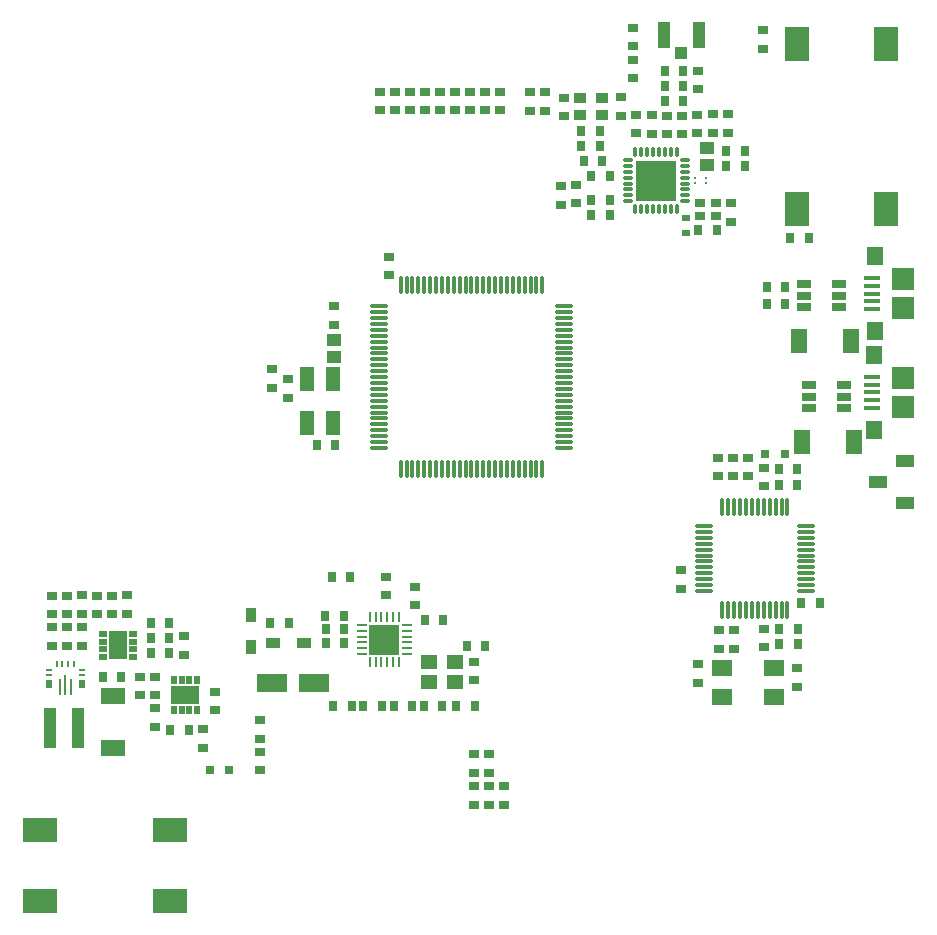
<source format=gtp>
G04*
G04 #@! TF.GenerationSoftware,Altium Limited,Altium Designer,19.1.7 (138)*
G04*
G04 Layer_Color=8421504*
%FSLAX42Y42*%
%MOMM*%
G71*
G01*
G75*
%ADD19R,0.25X0.60*%
%ADD20R,0.25X1.35*%
%ADD21R,0.25X1.70*%
%ADD22R,0.60X0.25*%
%ADD23R,0.60X0.75*%
%ADD24R,1.60X1.00*%
%ADD25O,1.00X0.30*%
%ADD26O,0.30X1.00*%
%ADD27R,3.45X3.45*%
%ADD28O,0.25X1.00*%
%ADD29O,1.00X0.25*%
%ADD30R,2.50X2.50*%
%ADD31R,2.60X1.60*%
%ADD32O,1.65X0.35*%
%ADD33O,0.35X1.65*%
%ADD34R,1.49X2.40*%
%ADD35R,0.65X0.50*%
%ADD36R,2.40X1.49*%
%ADD37R,0.50X0.65*%
%ADD38R,1.20X0.65*%
%ADD39R,1.25X1.00*%
%ADD40R,0.90X0.80*%
%ADD41R,1.20X2.00*%
%ADD42R,1.35X0.40*%
%ADD43R,1.90X1.90*%
%ADD44R,1.40X1.60*%
%ADD45R,1.80X1.40*%
%ADD46R,1.05X0.95*%
%ADD47R,0.98X3.40*%
%ADD48R,2.00X1.40*%
%ADD49R,1.40X2.00*%
%ADD50R,1.40X1.20*%
%ADD51R,0.80X0.80*%
%ADD52C,0.25*%
%ADD53R,1.20X0.90*%
%ADD54R,0.90X1.20*%
%ADD55R,3.00X2.00*%
%ADD56R,0.97X0.80*%
%ADD57R,0.80X0.97*%
%ADD58R,0.64X0.50*%
%ADD59R,1.05X2.20*%
%ADD60R,1.00X1.05*%
%ADD61R,2.00X3.00*%
D19*
X8829Y10508D02*
D03*
X8779D02*
D03*
X8729D02*
D03*
X8679D02*
D03*
D20*
X8804Y10315D02*
D03*
X8704D02*
D03*
D21*
X8754Y10333D02*
D03*
D22*
X8894Y10465D02*
D03*
Y10415D02*
D03*
X8614Y10415D02*
D03*
Y10465D02*
D03*
D23*
X8894Y10340D02*
D03*
X8614D02*
D03*
D24*
X15864Y11877D02*
D03*
Y12227D02*
D03*
X15634Y12052D02*
D03*
D25*
X13513Y14780D02*
D03*
Y14730D02*
D03*
Y14680D02*
D03*
Y14630D02*
D03*
Y14580D02*
D03*
Y14530D02*
D03*
Y14480D02*
D03*
Y14430D02*
D03*
X13998D02*
D03*
Y14480D02*
D03*
Y14530D02*
D03*
Y14580D02*
D03*
Y14630D02*
D03*
Y14680D02*
D03*
Y14730D02*
D03*
Y14780D02*
D03*
D26*
X13580Y14362D02*
D03*
X13630D02*
D03*
X13680D02*
D03*
X13730D02*
D03*
X13780D02*
D03*
X13830D02*
D03*
X13880D02*
D03*
X13930D02*
D03*
Y14848D02*
D03*
X13880D02*
D03*
X13830D02*
D03*
X13780D02*
D03*
X13730D02*
D03*
X13680D02*
D03*
X13630D02*
D03*
X13580D02*
D03*
D27*
X13755Y14605D02*
D03*
D28*
X11330Y10526D02*
D03*
X11380D02*
D03*
X11430D02*
D03*
X11480D02*
D03*
X11530D02*
D03*
X11580D02*
D03*
Y10911D02*
D03*
X11530D02*
D03*
X11480D02*
D03*
X11430D02*
D03*
X11380D02*
D03*
X11330D02*
D03*
D29*
X11648Y10594D02*
D03*
Y10644D02*
D03*
Y10694D02*
D03*
Y10744D02*
D03*
Y10794D02*
D03*
Y10844D02*
D03*
X11263D02*
D03*
Y10794D02*
D03*
Y10744D02*
D03*
Y10694D02*
D03*
Y10644D02*
D03*
Y10594D02*
D03*
D30*
X11455Y10719D02*
D03*
D31*
X10501Y10350D02*
D03*
X10861D02*
D03*
D32*
X11410Y13541D02*
D03*
Y13491D02*
D03*
Y13441D02*
D03*
Y13391D02*
D03*
Y13341D02*
D03*
Y13291D02*
D03*
Y13241D02*
D03*
Y13191D02*
D03*
Y13141D02*
D03*
Y13091D02*
D03*
Y13041D02*
D03*
Y12991D02*
D03*
Y12941D02*
D03*
Y12891D02*
D03*
Y12841D02*
D03*
Y12791D02*
D03*
Y12741D02*
D03*
Y12691D02*
D03*
Y12641D02*
D03*
Y12591D02*
D03*
Y12541D02*
D03*
Y12491D02*
D03*
Y12441D02*
D03*
Y12391D02*
D03*
Y12341D02*
D03*
X12974D02*
D03*
Y12391D02*
D03*
Y12441D02*
D03*
Y12491D02*
D03*
Y12541D02*
D03*
Y12591D02*
D03*
Y12641D02*
D03*
Y12691D02*
D03*
Y12741D02*
D03*
Y12791D02*
D03*
Y12841D02*
D03*
Y12891D02*
D03*
Y12941D02*
D03*
Y12991D02*
D03*
Y13041D02*
D03*
Y13091D02*
D03*
Y13141D02*
D03*
Y13191D02*
D03*
Y13241D02*
D03*
Y13291D02*
D03*
Y13341D02*
D03*
Y13391D02*
D03*
Y13441D02*
D03*
Y13491D02*
D03*
Y13541D02*
D03*
X15025Y11130D02*
D03*
Y11180D02*
D03*
Y11230D02*
D03*
Y11280D02*
D03*
Y11330D02*
D03*
Y11380D02*
D03*
Y11430D02*
D03*
Y11480D02*
D03*
Y11530D02*
D03*
Y11580D02*
D03*
Y11630D02*
D03*
Y11680D02*
D03*
X14160D02*
D03*
Y11630D02*
D03*
Y11580D02*
D03*
Y11530D02*
D03*
Y11480D02*
D03*
Y11430D02*
D03*
Y11380D02*
D03*
Y11330D02*
D03*
Y11280D02*
D03*
Y11230D02*
D03*
Y11180D02*
D03*
Y11130D02*
D03*
D33*
X11592Y12159D02*
D03*
X11642D02*
D03*
X11692D02*
D03*
X11742D02*
D03*
X11792D02*
D03*
X11842D02*
D03*
X11892D02*
D03*
X11942D02*
D03*
X11992D02*
D03*
X12042D02*
D03*
X12092D02*
D03*
X12142D02*
D03*
X12192D02*
D03*
X12242D02*
D03*
X12292D02*
D03*
X12342D02*
D03*
X12392D02*
D03*
X12442D02*
D03*
X12492D02*
D03*
X12542D02*
D03*
X12592D02*
D03*
X12642D02*
D03*
X12692D02*
D03*
X12742D02*
D03*
X12792D02*
D03*
Y13724D02*
D03*
X12742D02*
D03*
X12692D02*
D03*
X12642D02*
D03*
X12592D02*
D03*
X12542D02*
D03*
X12492D02*
D03*
X12442D02*
D03*
X12392D02*
D03*
X12342D02*
D03*
X12292D02*
D03*
X12242D02*
D03*
X12192D02*
D03*
X12142D02*
D03*
X12092D02*
D03*
X12042D02*
D03*
X11992D02*
D03*
X11942D02*
D03*
X11892D02*
D03*
X11842D02*
D03*
X11792D02*
D03*
X11742D02*
D03*
X11692D02*
D03*
X11642D02*
D03*
X11592D02*
D03*
X14317Y10972D02*
D03*
X14367D02*
D03*
X14417D02*
D03*
X14467D02*
D03*
X14517D02*
D03*
X14567D02*
D03*
X14617D02*
D03*
X14667D02*
D03*
X14717D02*
D03*
X14767D02*
D03*
X14817D02*
D03*
X14867D02*
D03*
Y11837D02*
D03*
X14817D02*
D03*
X14767D02*
D03*
X14717D02*
D03*
X14667D02*
D03*
X14617D02*
D03*
X14567D02*
D03*
X14517D02*
D03*
X14467D02*
D03*
X14417D02*
D03*
X14367D02*
D03*
X14317D02*
D03*
D34*
X9198Y10669D02*
D03*
D35*
X9325Y10571D02*
D03*
Y10636D02*
D03*
Y10701D02*
D03*
Y10766D02*
D03*
X9071Y10571D02*
D03*
Y10636D02*
D03*
Y10701D02*
D03*
Y10766D02*
D03*
D36*
X9769Y10250D02*
D03*
D37*
X9672Y10123D02*
D03*
X9737D02*
D03*
X9802D02*
D03*
X9867D02*
D03*
X9672Y10377D02*
D03*
X9737D02*
D03*
X9802D02*
D03*
X9867D02*
D03*
D38*
X15342Y12681D02*
D03*
Y12776D02*
D03*
Y12871D02*
D03*
X15047D02*
D03*
Y12776D02*
D03*
Y12681D02*
D03*
X15306Y13535D02*
D03*
Y13630D02*
D03*
Y13725D02*
D03*
X15011D02*
D03*
Y13630D02*
D03*
Y13535D02*
D03*
D39*
X11024Y13258D02*
D03*
Y13108D02*
D03*
X14187Y14734D02*
D03*
Y14884D02*
D03*
D40*
X14123Y14415D02*
D03*
X14263D02*
D03*
X14123Y14304D02*
D03*
X14263D02*
D03*
D41*
X10799Y12553D02*
D03*
Y12923D02*
D03*
X11019Y12553D02*
D03*
Y12923D02*
D03*
D42*
X15579Y12681D02*
D03*
Y12746D02*
D03*
Y12811D02*
D03*
Y12876D02*
D03*
Y12941D02*
D03*
X15581Y13518D02*
D03*
Y13583D02*
D03*
Y13648D02*
D03*
Y13713D02*
D03*
Y13778D02*
D03*
D43*
X15847Y12931D02*
D03*
Y12691D02*
D03*
X15848Y13768D02*
D03*
Y13528D02*
D03*
D44*
X15604Y13131D02*
D03*
Y12491D02*
D03*
X15606Y13968D02*
D03*
Y13328D02*
D03*
D45*
X14317Y10476D02*
D03*
X14757D02*
D03*
X14317Y10236D02*
D03*
X14757D02*
D03*
D46*
X13297Y15159D02*
D03*
X13112D02*
D03*
X13297Y15304D02*
D03*
X13112D02*
D03*
D47*
X8863Y9970D02*
D03*
X8626D02*
D03*
D48*
X9160Y9801D02*
D03*
Y10241D02*
D03*
D49*
X15406Y13249D02*
D03*
X14966D02*
D03*
X15427Y12395D02*
D03*
X14987D02*
D03*
D50*
X11836Y10528D02*
D03*
X12056D02*
D03*
X11836Y10358D02*
D03*
X12056D02*
D03*
D51*
X14681Y12294D02*
D03*
X14846D02*
D03*
X9976Y9614D02*
D03*
X10141D02*
D03*
D52*
X14081Y14628D02*
D03*
X14181D02*
D03*
X14081Y14588D02*
D03*
X14181D02*
D03*
D53*
X10778Y10693D02*
D03*
X10508D02*
D03*
D54*
X10325Y10930D02*
D03*
Y10660D02*
D03*
D55*
X9639Y8506D02*
D03*
X8539D02*
D03*
X8539Y9106D02*
D03*
X9639D02*
D03*
D56*
X14111Y10355D02*
D03*
Y10512D02*
D03*
X14948Y10478D02*
D03*
Y10320D02*
D03*
X14656Y15880D02*
D03*
Y15723D02*
D03*
X12470Y9479D02*
D03*
Y9321D02*
D03*
X12340Y9479D02*
D03*
Y9321D02*
D03*
X12217Y10531D02*
D03*
Y10373D02*
D03*
X12340Y9749D02*
D03*
Y9591D02*
D03*
X10401Y9769D02*
D03*
Y9611D02*
D03*
X12954Y14399D02*
D03*
Y14557D02*
D03*
X11493Y13805D02*
D03*
Y13962D02*
D03*
X10639Y12926D02*
D03*
Y12768D02*
D03*
X10503Y13009D02*
D03*
Y12851D02*
D03*
X11024Y13383D02*
D03*
Y13541D02*
D03*
X9020Y10933D02*
D03*
Y11090D02*
D03*
X9274Y10935D02*
D03*
Y11093D02*
D03*
X9147Y10933D02*
D03*
Y11090D02*
D03*
X10023Y10120D02*
D03*
Y10277D02*
D03*
X9515Y9980D02*
D03*
Y10138D02*
D03*
X8639Y10933D02*
D03*
Y11090D02*
D03*
X8893Y10935D02*
D03*
Y11093D02*
D03*
X8766Y10933D02*
D03*
Y11090D02*
D03*
X8893Y10824D02*
D03*
Y10666D02*
D03*
X9515Y10404D02*
D03*
Y10247D02*
D03*
X9388Y10404D02*
D03*
Y10247D02*
D03*
X8639Y10666D02*
D03*
Y10824D02*
D03*
X13717Y15156D02*
D03*
Y14999D02*
D03*
X13589Y15164D02*
D03*
Y15006D02*
D03*
X13844Y15154D02*
D03*
Y14996D02*
D03*
X14102Y15005D02*
D03*
Y15163D02*
D03*
X14364Y15009D02*
D03*
Y15167D02*
D03*
X14390Y14415D02*
D03*
Y14257D02*
D03*
X14288Y10798D02*
D03*
Y10640D02*
D03*
X14415Y10798D02*
D03*
Y10640D02*
D03*
X13970Y11151D02*
D03*
Y11308D02*
D03*
X14668Y10810D02*
D03*
Y10653D02*
D03*
X14672Y12175D02*
D03*
Y12017D02*
D03*
X14529Y12101D02*
D03*
Y12258D02*
D03*
X14402Y12101D02*
D03*
Y12258D02*
D03*
X14275Y12101D02*
D03*
Y12258D02*
D03*
X13560Y15741D02*
D03*
Y15899D02*
D03*
Y15629D02*
D03*
Y15471D02*
D03*
X12687Y15354D02*
D03*
Y15197D02*
D03*
X12814Y15197D02*
D03*
Y15354D02*
D03*
X12433Y15357D02*
D03*
Y15199D02*
D03*
X12179Y15357D02*
D03*
Y15199D02*
D03*
X12306Y15199D02*
D03*
Y15357D02*
D03*
X11925Y15357D02*
D03*
Y15199D02*
D03*
X12052Y15199D02*
D03*
Y15357D02*
D03*
X11671Y15357D02*
D03*
Y15199D02*
D03*
X11798Y15199D02*
D03*
Y15357D02*
D03*
X11417Y15357D02*
D03*
Y15199D02*
D03*
X11544Y15199D02*
D03*
Y15357D02*
D03*
X12979Y15149D02*
D03*
Y15306D02*
D03*
X13462Y15309D02*
D03*
Y15151D02*
D03*
X11468Y11095D02*
D03*
Y11252D02*
D03*
X11711Y11168D02*
D03*
Y11010D02*
D03*
X12210Y9591D02*
D03*
Y9749D02*
D03*
X10401Y10036D02*
D03*
Y9878D02*
D03*
X13081Y14569D02*
D03*
Y14412D02*
D03*
X14110Y15535D02*
D03*
Y15377D02*
D03*
X9919Y9962D02*
D03*
Y9804D02*
D03*
X9757Y10747D02*
D03*
Y10590D02*
D03*
X8766Y10824D02*
D03*
Y10666D02*
D03*
X14233Y15010D02*
D03*
Y15168D02*
D03*
X13971Y15154D02*
D03*
Y14996D02*
D03*
X12210Y9479D02*
D03*
Y9321D02*
D03*
D57*
X14953Y10681D02*
D03*
X14796D02*
D03*
X13277Y15024D02*
D03*
X13119D02*
D03*
X12062Y10160D02*
D03*
X12220D02*
D03*
X11039Y12370D02*
D03*
X10881D02*
D03*
X9475Y10605D02*
D03*
X9632D02*
D03*
X13828Y15278D02*
D03*
X13985D02*
D03*
X13985Y15405D02*
D03*
X13828D02*
D03*
X13985Y15532D02*
D03*
X13828D02*
D03*
X14350Y14732D02*
D03*
X14507D02*
D03*
X14271Y14186D02*
D03*
X14113D02*
D03*
X14350Y14859D02*
D03*
X14507D02*
D03*
X15049Y14122D02*
D03*
X14892D02*
D03*
X14953Y10808D02*
D03*
X14796D02*
D03*
X14983Y11027D02*
D03*
X15141D02*
D03*
X14950Y12167D02*
D03*
X14793D02*
D03*
X14793Y12027D02*
D03*
X14950D02*
D03*
X11115Y10693D02*
D03*
X10958D02*
D03*
X11115Y10808D02*
D03*
X10958D02*
D03*
X11166Y11252D02*
D03*
X11008D02*
D03*
X11112Y10922D02*
D03*
X10955D02*
D03*
X11796Y10884D02*
D03*
X11953D02*
D03*
X12151Y10668D02*
D03*
X12309D02*
D03*
X11021Y10160D02*
D03*
X11179D02*
D03*
X11433D02*
D03*
X11275D02*
D03*
X11532D02*
D03*
X11689D02*
D03*
X11943D02*
D03*
X11786D02*
D03*
X10645Y10858D02*
D03*
X10488D02*
D03*
X14691Y13564D02*
D03*
X14849D02*
D03*
X14691Y13703D02*
D03*
X14849D02*
D03*
X9632Y10859D02*
D03*
X9475D02*
D03*
X9797Y9957D02*
D03*
X9640D02*
D03*
X9475Y10732D02*
D03*
X9632D02*
D03*
X9068Y10402D02*
D03*
X9226D02*
D03*
X13119Y14897D02*
D03*
X13277D02*
D03*
X13142Y14770D02*
D03*
X13299D02*
D03*
X13207Y14643D02*
D03*
X13364D02*
D03*
X13207Y14440D02*
D03*
X13364D02*
D03*
X13207Y14313D02*
D03*
X13364D02*
D03*
D58*
X14009Y14160D02*
D03*
Y14288D02*
D03*
D59*
X13823Y15837D02*
D03*
X14118D02*
D03*
D60*
X13970Y15685D02*
D03*
D61*
X15698Y15761D02*
D03*
Y14361D02*
D03*
X14948Y15761D02*
D03*
Y14361D02*
D03*
M02*

</source>
